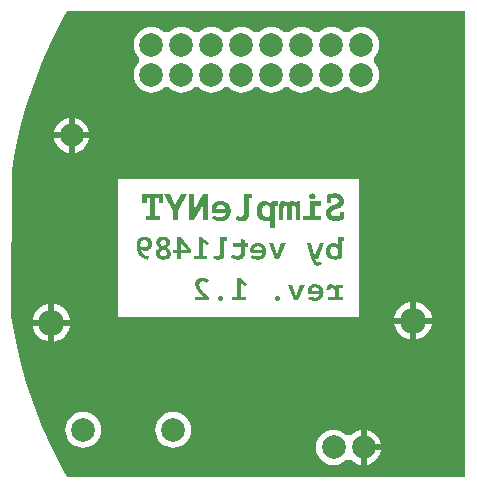
<source format=gbl>
G04 Layer_Physical_Order=2*
G04 Layer_Color=16711680*
%FSLAX43Y43*%
%MOMM*%
G71*
G01*
G75*
%ADD40C,5.200*%
%ADD41C,2.000*%
%ADD42C,2.200*%
G36*
X46542Y-45517D02*
X12802D01*
X12460Y-44907D01*
X11508Y-43037D01*
X10705Y-41226D01*
X9993Y-39378D01*
X9371Y-37497D01*
X8843Y-35588D01*
X8409Y-33655D01*
X8103Y-31893D01*
X8128Y-19526D01*
X8409Y-17907D01*
X8843Y-15974D01*
X9371Y-14065D01*
X9993Y-12184D01*
X10705Y-10336D01*
X11508Y-8525D01*
X12460Y-6655D01*
X12802Y-6045D01*
X46542Y-6045D01*
Y-45517D01*
D02*
G37*
%LPC*%
G36*
X11231Y-32686D02*
X9898D01*
X9904Y-32749D01*
X9995Y-33051D01*
X10144Y-33329D01*
X10344Y-33573D01*
X10588Y-33773D01*
X10866Y-33921D01*
X11167Y-34013D01*
X11231Y-34019D01*
Y-32686D01*
D02*
G37*
G36*
X43200Y-39789D02*
Y-41625D01*
X45036D01*
X45020Y-41463D01*
X44900Y-41067D01*
X44705Y-40703D01*
X44442Y-40383D01*
X44122Y-40120D01*
X43758Y-39925D01*
X43362Y-39805D01*
X43200Y-39789D01*
D02*
G37*
G36*
X42700D02*
X42538Y-39805D01*
X42142Y-39925D01*
X41778Y-40120D01*
X41458Y-40383D01*
X41195Y-40703D01*
X41000Y-41067D01*
X40880Y-41463D01*
X40864Y-41625D01*
X42700D01*
Y-39789D01*
D02*
G37*
G36*
X43696Y-32508D02*
X42363D01*
Y-33841D01*
X42427Y-33835D01*
X42728Y-33743D01*
X43006Y-33595D01*
X43250Y-33395D01*
X43450Y-33151D01*
X43599Y-32873D01*
X43690Y-32572D01*
X43696Y-32508D01*
D02*
G37*
G36*
X41863D02*
X40530D01*
X40536Y-32572D01*
X40628Y-32873D01*
X40776Y-33151D01*
X40976Y-33395D01*
X41220Y-33595D01*
X41498Y-33743D01*
X41800Y-33835D01*
X41863Y-33841D01*
Y-32508D01*
D02*
G37*
G36*
X13064Y-32686D02*
X11731D01*
Y-34019D01*
X11794Y-34013D01*
X12096Y-33921D01*
X12374Y-33773D01*
X12618Y-33573D01*
X12818Y-33329D01*
X12966Y-33051D01*
X13058Y-32749D01*
X13064Y-32686D01*
D02*
G37*
G36*
X38172Y-41494D02*
Y-42727D01*
X39405D01*
X39401Y-42683D01*
X39315Y-42400D01*
X39175Y-42139D01*
X38988Y-41911D01*
X38760Y-41724D01*
X38499Y-41584D01*
X38216Y-41499D01*
X38172Y-41494D01*
D02*
G37*
G36*
X42700Y-42125D02*
X40864D01*
X40880Y-42287D01*
X41000Y-42683D01*
X41195Y-43047D01*
X41458Y-43367D01*
X41778Y-43630D01*
X42142Y-43825D01*
X42538Y-43945D01*
X42700Y-43961D01*
Y-42125D01*
D02*
G37*
G36*
X39405Y-43227D02*
X38172D01*
Y-44459D01*
X38216Y-44455D01*
X38499Y-44369D01*
X38760Y-44230D01*
X38988Y-44043D01*
X39175Y-43814D01*
X39315Y-43554D01*
X39401Y-43271D01*
X39405Y-43227D01*
D02*
G37*
G36*
X35382Y-41470D02*
X35088Y-41499D01*
X34805Y-41584D01*
X34545Y-41724D01*
X34316Y-41911D01*
X34129Y-42139D01*
X33990Y-42400D01*
X33904Y-42683D01*
X33875Y-42977D01*
X33904Y-43271D01*
X33990Y-43554D01*
X34129Y-43814D01*
X34316Y-44043D01*
X34545Y-44230D01*
X34805Y-44369D01*
X35088Y-44455D01*
X35382Y-44484D01*
X35676Y-44455D01*
X35959Y-44369D01*
X36220Y-44230D01*
X36448Y-44043D01*
X36856D01*
X37085Y-44230D01*
X37345Y-44369D01*
X37628Y-44455D01*
X37672Y-44459D01*
Y-42977D01*
Y-41494D01*
X37628Y-41499D01*
X37345Y-41584D01*
X37085Y-41724D01*
X36856Y-41911D01*
X36448D01*
X36220Y-41724D01*
X35959Y-41584D01*
X35676Y-41499D01*
X35382Y-41470D01*
D02*
G37*
G36*
X21802Y-39996D02*
X21508Y-40025D01*
X21225Y-40111D01*
X20965Y-40250D01*
X20736Y-40437D01*
X20549Y-40666D01*
X20409Y-40926D01*
X20324Y-41209D01*
X20295Y-41503D01*
X20324Y-41797D01*
X20409Y-42080D01*
X20549Y-42341D01*
X20736Y-42569D01*
X20965Y-42756D01*
X21225Y-42896D01*
X21508Y-42981D01*
X21802Y-43010D01*
X22096Y-42981D01*
X22379Y-42896D01*
X22639Y-42756D01*
X22868Y-42569D01*
X23055Y-42341D01*
X23195Y-42080D01*
X23280Y-41797D01*
X23309Y-41503D01*
X23280Y-41209D01*
X23195Y-40926D01*
X23055Y-40666D01*
X22868Y-40437D01*
X22639Y-40250D01*
X22379Y-40111D01*
X22096Y-40025D01*
X21802Y-39996D01*
D02*
G37*
G36*
X14182D02*
X13888Y-40025D01*
X13605Y-40111D01*
X13345Y-40250D01*
X13116Y-40437D01*
X12929Y-40666D01*
X12789Y-40926D01*
X12704Y-41209D01*
X12675Y-41503D01*
X12704Y-41797D01*
X12789Y-42080D01*
X12929Y-42341D01*
X13116Y-42569D01*
X13345Y-42756D01*
X13605Y-42896D01*
X13888Y-42981D01*
X14182Y-43010D01*
X14476Y-42981D01*
X14759Y-42896D01*
X15019Y-42756D01*
X15248Y-42569D01*
X15435Y-42341D01*
X15575Y-42080D01*
X15660Y-41797D01*
X15689Y-41503D01*
X15660Y-41209D01*
X15575Y-40926D01*
X15435Y-40666D01*
X15248Y-40437D01*
X15019Y-40250D01*
X14759Y-40111D01*
X14476Y-40025D01*
X14182Y-39996D01*
D02*
G37*
G36*
X45036Y-42125D02*
X43200D01*
Y-43961D01*
X43362Y-43945D01*
X43758Y-43825D01*
X44122Y-43630D01*
X44442Y-43367D01*
X44705Y-43047D01*
X44900Y-42683D01*
X45020Y-42287D01*
X45036Y-42125D01*
D02*
G37*
G36*
X42750Y-9875D02*
X40914D01*
X40930Y-10037D01*
X41050Y-10433D01*
X41245Y-10797D01*
X41508Y-11117D01*
X41828Y-11380D01*
X42192Y-11575D01*
X42588Y-11695D01*
X42750Y-11711D01*
Y-9875D01*
D02*
G37*
G36*
X13458Y-15078D02*
Y-16311D01*
X14691D01*
X14686Y-16267D01*
X14601Y-15984D01*
X14461Y-15723D01*
X14274Y-15495D01*
X14045Y-15308D01*
X13785Y-15168D01*
X13502Y-15083D01*
X13458Y-15078D01*
D02*
G37*
G36*
X12958D02*
X12914Y-15083D01*
X12631Y-15168D01*
X12371Y-15308D01*
X12142Y-15495D01*
X11955Y-15723D01*
X11815Y-15984D01*
X11730Y-16267D01*
X11725Y-16311D01*
X12958D01*
Y-15078D01*
D02*
G37*
G36*
X45086Y-9875D02*
X43250D01*
Y-11711D01*
X43412Y-11695D01*
X43808Y-11575D01*
X44172Y-11380D01*
X44492Y-11117D01*
X44755Y-10797D01*
X44950Y-10433D01*
X45070Y-10037D01*
X45086Y-9875D01*
D02*
G37*
G36*
X37747Y-7382D02*
X37453Y-7411D01*
X37170Y-7497D01*
X36909Y-7636D01*
X36681Y-7824D01*
X36272D01*
X36044Y-7636D01*
X35783Y-7497D01*
X35501Y-7411D01*
X35207Y-7382D01*
X34913Y-7411D01*
X34630Y-7497D01*
X34369Y-7636D01*
X34141Y-7824D01*
X33732D01*
X33504Y-7636D01*
X33243Y-7497D01*
X32961Y-7411D01*
X32667Y-7382D01*
X32373Y-7411D01*
X32090Y-7497D01*
X31829Y-7636D01*
X31601Y-7824D01*
X31192D01*
X30964Y-7636D01*
X30703Y-7497D01*
X30421Y-7411D01*
X30127Y-7382D01*
X29833Y-7411D01*
X29550Y-7497D01*
X29289Y-7636D01*
X29061Y-7824D01*
X28652D01*
X28424Y-7636D01*
X28163Y-7497D01*
X27881Y-7411D01*
X27587Y-7382D01*
X27293Y-7411D01*
X27010Y-7497D01*
X26749Y-7636D01*
X26521Y-7824D01*
X26112D01*
X25884Y-7636D01*
X25623Y-7497D01*
X25341Y-7411D01*
X25047Y-7382D01*
X24753Y-7411D01*
X24470Y-7497D01*
X24209Y-7636D01*
X23981Y-7824D01*
X23572D01*
X23344Y-7636D01*
X23083Y-7497D01*
X22801Y-7411D01*
X22507Y-7382D01*
X22213Y-7411D01*
X21930Y-7497D01*
X21669Y-7636D01*
X21441Y-7824D01*
X21032D01*
X20804Y-7636D01*
X20543Y-7497D01*
X20261Y-7411D01*
X19967Y-7382D01*
X19673Y-7411D01*
X19390Y-7497D01*
X19129Y-7636D01*
X18901Y-7824D01*
X18713Y-8052D01*
X18574Y-8313D01*
X18488Y-8596D01*
X18459Y-8890D01*
X18488Y-9184D01*
X18574Y-9466D01*
X18713Y-9727D01*
X18901Y-9955D01*
Y-10364D01*
X18713Y-10592D01*
X18574Y-10853D01*
X18488Y-11136D01*
X18459Y-11430D01*
X18488Y-11724D01*
X18574Y-12006D01*
X18713Y-12267D01*
X18901Y-12495D01*
X19129Y-12683D01*
X19390Y-12822D01*
X19673Y-12908D01*
X19967Y-12937D01*
X20261Y-12908D01*
X20543Y-12822D01*
X20804Y-12683D01*
X21032Y-12495D01*
X21441D01*
X21669Y-12683D01*
X21930Y-12822D01*
X22213Y-12908D01*
X22507Y-12937D01*
X22801Y-12908D01*
X23083Y-12822D01*
X23344Y-12683D01*
X23572Y-12495D01*
X23981D01*
X24209Y-12683D01*
X24470Y-12822D01*
X24753Y-12908D01*
X25047Y-12937D01*
X25341Y-12908D01*
X25623Y-12822D01*
X25884Y-12683D01*
X26112Y-12495D01*
X26521D01*
X26749Y-12683D01*
X27010Y-12822D01*
X27293Y-12908D01*
X27587Y-12937D01*
X27881Y-12908D01*
X28163Y-12822D01*
X28424Y-12683D01*
X28652Y-12495D01*
X29061D01*
X29289Y-12683D01*
X29550Y-12822D01*
X29833Y-12908D01*
X30127Y-12937D01*
X30421Y-12908D01*
X30703Y-12822D01*
X30964Y-12683D01*
X31192Y-12495D01*
X31601D01*
X31829Y-12683D01*
X32090Y-12822D01*
X32373Y-12908D01*
X32667Y-12937D01*
X32961Y-12908D01*
X33243Y-12822D01*
X33504Y-12683D01*
X33732Y-12495D01*
X34141D01*
X34369Y-12683D01*
X34630Y-12822D01*
X34913Y-12908D01*
X35207Y-12937D01*
X35501Y-12908D01*
X35783Y-12822D01*
X36044Y-12683D01*
X36272Y-12495D01*
X36681D01*
X36909Y-12683D01*
X37170Y-12822D01*
X37453Y-12908D01*
X37747Y-12937D01*
X38041Y-12908D01*
X38323Y-12822D01*
X38584Y-12683D01*
X38812Y-12495D01*
X39000Y-12267D01*
X39139Y-12006D01*
X39225Y-11724D01*
X39254Y-11430D01*
X39225Y-11136D01*
X39139Y-10853D01*
X39000Y-10592D01*
X38812Y-10364D01*
Y-9955D01*
X39000Y-9727D01*
X39139Y-9466D01*
X39225Y-9184D01*
X39254Y-8890D01*
X39225Y-8596D01*
X39139Y-8313D01*
X39000Y-8052D01*
X38812Y-7824D01*
X38584Y-7636D01*
X38323Y-7497D01*
X38041Y-7411D01*
X37747Y-7382D01*
D02*
G37*
G36*
X43250Y-7539D02*
Y-9375D01*
X45086D01*
X45070Y-9213D01*
X44950Y-8817D01*
X44755Y-8453D01*
X44492Y-8133D01*
X44172Y-7870D01*
X43808Y-7675D01*
X43412Y-7555D01*
X43250Y-7539D01*
D02*
G37*
G36*
X42750D02*
X42588Y-7555D01*
X42192Y-7675D01*
X41828Y-7870D01*
X41508Y-8133D01*
X41245Y-8453D01*
X41050Y-8817D01*
X40930Y-9213D01*
X40914Y-9375D01*
X42750D01*
Y-7539D01*
D02*
G37*
G36*
X41863Y-30675D02*
X41800Y-30681D01*
X41498Y-30773D01*
X41220Y-30921D01*
X40976Y-31121D01*
X40776Y-31365D01*
X40628Y-31643D01*
X40536Y-31944D01*
X40530Y-32008D01*
X41863D01*
Y-30675D01*
D02*
G37*
G36*
X11731Y-30853D02*
Y-32186D01*
X13064D01*
X13058Y-32122D01*
X12966Y-31821D01*
X12818Y-31543D01*
X12618Y-31299D01*
X12374Y-31099D01*
X12096Y-30950D01*
X11794Y-30859D01*
X11731Y-30853D01*
D02*
G37*
G36*
X11231D02*
X11167Y-30859D01*
X10866Y-30950D01*
X10588Y-31099D01*
X10344Y-31299D01*
X10144Y-31543D01*
X9995Y-31821D01*
X9904Y-32122D01*
X9898Y-32186D01*
X11231D01*
Y-30853D01*
D02*
G37*
G36*
X42363Y-30675D02*
Y-32008D01*
X43696D01*
X43690Y-31944D01*
X43599Y-31643D01*
X43450Y-31365D01*
X43250Y-31121D01*
X43006Y-30921D01*
X42728Y-30773D01*
X42427Y-30681D01*
X42363Y-30675D01*
D02*
G37*
G36*
X14691Y-16811D02*
X13458D01*
Y-18043D01*
X13502Y-18039D01*
X13785Y-17953D01*
X14045Y-17814D01*
X14274Y-17627D01*
X14461Y-17398D01*
X14601Y-17138D01*
X14686Y-16855D01*
X14691Y-16811D01*
D02*
G37*
G36*
X12958D02*
X11725D01*
X11730Y-16855D01*
X11815Y-17138D01*
X11955Y-17398D01*
X12142Y-17627D01*
X12371Y-17814D01*
X12631Y-17953D01*
X12914Y-18039D01*
X12958Y-18043D01*
Y-16811D01*
D02*
G37*
G36*
X37515Y-20218D02*
X17170D01*
Y-31953D01*
X37515D01*
Y-20218D01*
D02*
G37*
%LPD*%
G36*
X25864Y-30157D02*
X25893Y-30163D01*
X25920Y-30172D01*
X25943Y-30181D01*
X25961Y-30192D01*
X25972Y-30201D01*
X25981Y-30207D01*
X25984Y-30210D01*
X26005Y-30233D01*
X26019Y-30257D01*
X26028Y-30280D01*
X26034Y-30307D01*
X26040Y-30327D01*
X26043Y-30345D01*
Y-30356D01*
Y-30359D01*
X26040Y-30392D01*
X26034Y-30421D01*
X26025Y-30447D01*
X26013Y-30468D01*
X26002Y-30485D01*
X25993Y-30497D01*
X25987Y-30506D01*
X25984Y-30509D01*
X25961Y-30526D01*
X25934Y-30541D01*
X25908Y-30550D01*
X25885Y-30558D01*
X25861Y-30561D01*
X25844Y-30564D01*
X25829D01*
X25794Y-30561D01*
X25762Y-30556D01*
X25735Y-30547D01*
X25712Y-30535D01*
X25694Y-30526D01*
X25683Y-30517D01*
X25674Y-30512D01*
X25671Y-30509D01*
X25650Y-30485D01*
X25636Y-30462D01*
X25624Y-30435D01*
X25618Y-30412D01*
X25612Y-30392D01*
X25609Y-30374D01*
Y-30362D01*
Y-30359D01*
X25612Y-30327D01*
X25618Y-30295D01*
X25630Y-30271D01*
X25639Y-30248D01*
X25650Y-30233D01*
X25662Y-30219D01*
X25668Y-30213D01*
X25671Y-30210D01*
X25694Y-30192D01*
X25721Y-30178D01*
X25747Y-30169D01*
X25770Y-30160D01*
X25794Y-30157D01*
X25811Y-30154D01*
X25829D01*
X25864Y-30157D01*
D02*
G37*
G36*
X36271Y-25471D02*
X36066D01*
Y-26938D01*
X36034Y-26956D01*
X35999Y-26973D01*
X35964Y-26991D01*
X35929Y-27006D01*
X35899Y-27017D01*
X35873Y-27026D01*
X35855Y-27032D01*
X35852Y-27035D01*
X35849D01*
X35794Y-27049D01*
X35735Y-27061D01*
X35677Y-27070D01*
X35621Y-27076D01*
X35574Y-27079D01*
X35554D01*
X35536Y-27082D01*
X35501D01*
X35437Y-27079D01*
X35378Y-27073D01*
X35322Y-27067D01*
X35275Y-27058D01*
X35237Y-27049D01*
X35208Y-27041D01*
X35199Y-27038D01*
X35191D01*
X35188Y-27035D01*
X35185D01*
X35135Y-27014D01*
X35088Y-26994D01*
X35047Y-26970D01*
X35012Y-26947D01*
X34986Y-26929D01*
X34965Y-26912D01*
X34950Y-26900D01*
X34947Y-26897D01*
X34912Y-26859D01*
X34880Y-26821D01*
X34857Y-26783D01*
X34833Y-26745D01*
X34816Y-26716D01*
X34804Y-26689D01*
X34798Y-26672D01*
X34795Y-26669D01*
Y-26666D01*
X34778Y-26613D01*
X34763Y-26557D01*
X34754Y-26502D01*
X34745Y-26452D01*
X34742Y-26411D01*
X34740Y-26376D01*
Y-26364D01*
Y-26355D01*
Y-26350D01*
Y-26347D01*
X34742Y-26285D01*
X34745Y-26229D01*
X34754Y-26177D01*
X34766Y-26127D01*
X34778Y-26083D01*
X34789Y-26042D01*
X34804Y-26004D01*
X34819Y-25972D01*
X34836Y-25942D01*
X34851Y-25916D01*
X34863Y-25896D01*
X34874Y-25878D01*
X34886Y-25863D01*
X34895Y-25855D01*
X34898Y-25849D01*
X34901Y-25846D01*
X34930Y-25816D01*
X34965Y-25790D01*
X34997Y-25770D01*
X35032Y-25749D01*
X35068Y-25732D01*
X35103Y-25720D01*
X35170Y-25699D01*
X35202Y-25694D01*
X35232Y-25688D01*
X35255Y-25685D01*
X35278Y-25682D01*
X35296Y-25679D01*
X35322D01*
X35372Y-25682D01*
X35419Y-25685D01*
X35460Y-25691D01*
X35492Y-25696D01*
X35521Y-25705D01*
X35542Y-25711D01*
X35554Y-25714D01*
X35560Y-25717D01*
X35592Y-25732D01*
X35621Y-25749D01*
X35647Y-25767D01*
X35668Y-25781D01*
X35685Y-25796D01*
X35697Y-25808D01*
X35706Y-25816D01*
X35709Y-25819D01*
X35718D01*
Y-25175D01*
X36271D01*
Y-25471D01*
D02*
G37*
G36*
X24803Y-25641D02*
X24645Y-25855D01*
X24290Y-25585D01*
Y-26754D01*
X24700D01*
Y-27049D01*
X23558D01*
Y-26754D01*
X23959D01*
Y-25175D01*
X24197D01*
X24803Y-25641D01*
D02*
G37*
G36*
X30688Y-30157D02*
X30717Y-30163D01*
X30743Y-30172D01*
X30767Y-30181D01*
X30784Y-30192D01*
X30796Y-30201D01*
X30805Y-30207D01*
X30808Y-30210D01*
X30828Y-30233D01*
X30843Y-30257D01*
X30852Y-30280D01*
X30857Y-30307D01*
X30863Y-30327D01*
X30866Y-30345D01*
Y-30356D01*
Y-30359D01*
X30863Y-30392D01*
X30857Y-30421D01*
X30849Y-30447D01*
X30837Y-30468D01*
X30825Y-30485D01*
X30816Y-30497D01*
X30811Y-30506D01*
X30808Y-30509D01*
X30784Y-30526D01*
X30758Y-30541D01*
X30731Y-30550D01*
X30708Y-30558D01*
X30685Y-30561D01*
X30667Y-30564D01*
X30652D01*
X30617Y-30561D01*
X30585Y-30556D01*
X30559Y-30547D01*
X30535Y-30535D01*
X30518Y-30526D01*
X30506Y-30517D01*
X30497Y-30512D01*
X30494Y-30509D01*
X30474Y-30485D01*
X30459Y-30462D01*
X30447Y-30435D01*
X30442Y-30412D01*
X30436Y-30392D01*
X30433Y-30374D01*
Y-30362D01*
Y-30359D01*
X30436Y-30327D01*
X30442Y-30295D01*
X30453Y-30271D01*
X30462Y-30248D01*
X30474Y-30233D01*
X30485Y-30219D01*
X30491Y-30213D01*
X30494Y-30210D01*
X30518Y-30192D01*
X30544Y-30178D01*
X30570Y-30169D01*
X30594Y-30160D01*
X30617Y-30157D01*
X30635Y-30154D01*
X30652D01*
X30688Y-30157D01*
D02*
G37*
G36*
X32413Y-30535D02*
X32041D01*
X31528Y-29197D01*
X31903D01*
X32205Y-30131D01*
X32222D01*
X32582Y-29197D01*
X32987D01*
X32413Y-30535D01*
D02*
G37*
G36*
X33868Y-29162D02*
X33921Y-29164D01*
X33971Y-29173D01*
X34012Y-29182D01*
X34047Y-29191D01*
X34073Y-29197D01*
X34091Y-29202D01*
X34094Y-29205D01*
X34096D01*
X34143Y-29223D01*
X34187Y-29243D01*
X34225Y-29267D01*
X34258Y-29287D01*
X34287Y-29308D01*
X34307Y-29323D01*
X34319Y-29334D01*
X34325Y-29337D01*
X34360Y-29372D01*
X34389Y-29407D01*
X34416Y-29446D01*
X34436Y-29481D01*
X34454Y-29513D01*
X34465Y-29536D01*
X34474Y-29554D01*
X34477Y-29557D01*
Y-29560D01*
X34495Y-29610D01*
X34509Y-29662D01*
X34518Y-29715D01*
X34527Y-29762D01*
X34530Y-29806D01*
X34533Y-29838D01*
Y-29850D01*
Y-29859D01*
Y-29864D01*
Y-29867D01*
X34530Y-29929D01*
X34524Y-29984D01*
X34518Y-30034D01*
X34509Y-30078D01*
X34501Y-30113D01*
X34492Y-30140D01*
X34489Y-30157D01*
X34486Y-30160D01*
Y-30163D01*
X34465Y-30210D01*
X34442Y-30251D01*
X34419Y-30289D01*
X34395Y-30321D01*
X34375Y-30351D01*
X34357Y-30368D01*
X34345Y-30383D01*
X34342Y-30386D01*
X34304Y-30418D01*
X34266Y-30447D01*
X34228Y-30471D01*
X34193Y-30491D01*
X34161Y-30506D01*
X34137Y-30517D01*
X34120Y-30523D01*
X34114Y-30526D01*
X34061Y-30541D01*
X34009Y-30553D01*
X33959Y-30561D01*
X33909Y-30567D01*
X33868Y-30570D01*
X33836Y-30573D01*
X33807D01*
X33736Y-30570D01*
X33704Y-30567D01*
X33675Y-30564D01*
X33651Y-30561D01*
X33634Y-30558D01*
X33622Y-30556D01*
X33619D01*
X33558Y-30544D01*
X33528Y-30535D01*
X33505Y-30529D01*
X33484Y-30523D01*
X33470Y-30517D01*
X33461Y-30515D01*
X33458D01*
X33408Y-30494D01*
X33385Y-30485D01*
X33367Y-30476D01*
X33350Y-30471D01*
X33338Y-30465D01*
X33332Y-30459D01*
X33329D01*
X33291Y-30435D01*
X33262Y-30415D01*
X33253Y-30406D01*
X33244Y-30400D01*
X33241Y-30394D01*
X33238D01*
X33356Y-30169D01*
X33382Y-30187D01*
X33408Y-30204D01*
X33438Y-30222D01*
X33464Y-30233D01*
X33487Y-30245D01*
X33505Y-30254D01*
X33517Y-30257D01*
X33522Y-30260D01*
X33563Y-30271D01*
X33607Y-30280D01*
X33651Y-30286D01*
X33692Y-30289D01*
X33730Y-30292D01*
X33760Y-30295D01*
X33786D01*
X33842Y-30292D01*
X33868Y-30289D01*
X33891Y-30286D01*
X33909D01*
X33924Y-30283D01*
X33932Y-30280D01*
X33935D01*
X33985Y-30263D01*
X34006Y-30254D01*
X34023Y-30245D01*
X34041Y-30236D01*
X34053Y-30230D01*
X34058Y-30228D01*
X34061Y-30225D01*
X34099Y-30192D01*
X34129Y-30163D01*
X34137Y-30148D01*
X34146Y-30137D01*
X34149Y-30131D01*
X34152Y-30128D01*
X34164Y-30105D01*
X34170Y-30081D01*
X34181Y-30031D01*
Y-30014D01*
X34184Y-29996D01*
Y-29984D01*
Y-29982D01*
X33224D01*
X33215Y-29932D01*
X33206Y-29888D01*
X33200Y-29844D01*
X33197Y-29809D01*
X33194Y-29777D01*
Y-29753D01*
Y-29738D01*
Y-29733D01*
X33197Y-29674D01*
X33203Y-29618D01*
X33212Y-29572D01*
X33224Y-29533D01*
X33235Y-29501D01*
X33244Y-29478D01*
X33250Y-29463D01*
X33253Y-29457D01*
X33276Y-29416D01*
X33300Y-29384D01*
X33326Y-29352D01*
X33350Y-29328D01*
X33370Y-29308D01*
X33388Y-29293D01*
X33399Y-29285D01*
X33402Y-29282D01*
X33438Y-29258D01*
X33473Y-29238D01*
X33505Y-29223D01*
X33537Y-29208D01*
X33563Y-29200D01*
X33584Y-29194D01*
X33596Y-29188D01*
X33602D01*
X33681Y-29170D01*
X33716Y-29164D01*
X33748Y-29162D01*
X33774Y-29159D01*
X33812D01*
X33868Y-29162D01*
D02*
G37*
G36*
X35168Y-29170D02*
X35212Y-29176D01*
X35250Y-29188D01*
X35283Y-29197D01*
X35309Y-29208D01*
X35329Y-29220D01*
X35341Y-29226D01*
X35347Y-29229D01*
X35382Y-29252D01*
X35414Y-29276D01*
X35444Y-29302D01*
X35470Y-29323D01*
X35490Y-29343D01*
X35505Y-29361D01*
X35517Y-29372D01*
X35520Y-29375D01*
X35529D01*
X35570Y-29197D01*
X36170D01*
Y-29492D01*
X35839D01*
Y-30239D01*
X36170D01*
Y-30535D01*
X34911D01*
Y-30239D01*
X35490D01*
Y-29674D01*
X35455Y-29624D01*
X35438Y-29604D01*
X35420Y-29586D01*
X35406Y-29572D01*
X35394Y-29560D01*
X35385Y-29554D01*
X35382Y-29551D01*
X35356Y-29533D01*
X35326Y-29519D01*
X35297Y-29510D01*
X35271Y-29501D01*
X35247Y-29498D01*
X35227Y-29495D01*
X35209D01*
X35189Y-29498D01*
X35168Y-29501D01*
X35154Y-29510D01*
X35142Y-29519D01*
X35124Y-29533D01*
X35119Y-29539D01*
Y-29542D01*
X35110Y-29560D01*
X35101Y-29583D01*
X35092Y-29627D01*
X35089Y-29648D01*
Y-29665D01*
Y-29677D01*
Y-29680D01*
X34776D01*
Y-29630D01*
X34779Y-29583D01*
X34785Y-29542D01*
X34791Y-29501D01*
X34796Y-29466D01*
X34805Y-29434D01*
X34814Y-29405D01*
X34823Y-29381D01*
X34832Y-29358D01*
X34840Y-29340D01*
X34849Y-29323D01*
X34855Y-29311D01*
X34861Y-29299D01*
X34867Y-29293D01*
X34870Y-29287D01*
X34908Y-29246D01*
X34949Y-29217D01*
X34990Y-29197D01*
X35031Y-29182D01*
X35066Y-29173D01*
X35095Y-29170D01*
X35107Y-29167D01*
X35121D01*
X35168Y-29170D01*
D02*
G37*
G36*
X19423Y-25140D02*
X19473Y-25146D01*
X19519Y-25152D01*
X19558Y-25160D01*
X19590Y-25172D01*
X19616Y-25178D01*
X19631Y-25184D01*
X19637Y-25187D01*
X19681Y-25204D01*
X19719Y-25228D01*
X19754Y-25248D01*
X19783Y-25269D01*
X19809Y-25286D01*
X19827Y-25301D01*
X19839Y-25313D01*
X19842Y-25316D01*
X19871Y-25348D01*
X19897Y-25380D01*
X19918Y-25412D01*
X19935Y-25445D01*
X19950Y-25471D01*
X19962Y-25491D01*
X19968Y-25506D01*
X19971Y-25512D01*
X19985Y-25556D01*
X19997Y-25600D01*
X20006Y-25641D01*
X20011Y-25682D01*
X20014Y-25714D01*
X20017Y-25740D01*
Y-25758D01*
Y-25761D01*
Y-25764D01*
X20014Y-25816D01*
X20009Y-25863D01*
X20000Y-25907D01*
X19991Y-25942D01*
X19982Y-25975D01*
X19973Y-25995D01*
X19968Y-26010D01*
X19965Y-26016D01*
X19944Y-26054D01*
X19921Y-26089D01*
X19897Y-26121D01*
X19877Y-26147D01*
X19856Y-26168D01*
X19842Y-26183D01*
X19830Y-26194D01*
X19827Y-26197D01*
X19795Y-26224D01*
X19763Y-26244D01*
X19730Y-26265D01*
X19701Y-26279D01*
X19678Y-26291D01*
X19657Y-26300D01*
X19645Y-26303D01*
X19640Y-26306D01*
X19601Y-26317D01*
X19563Y-26323D01*
X19528Y-26329D01*
X19496Y-26335D01*
X19470D01*
X19449Y-26338D01*
X19426D01*
X19382Y-26335D01*
X19341Y-26332D01*
X19306Y-26326D01*
X19273Y-26320D01*
X19250Y-26314D01*
X19230Y-26311D01*
X19218Y-26306D01*
X19215D01*
X19183Y-26291D01*
X19153Y-26276D01*
X19130Y-26262D01*
X19109Y-26247D01*
X19092Y-26235D01*
X19080Y-26224D01*
X19071Y-26218D01*
X19068Y-26215D01*
X19077Y-26259D01*
X19086Y-26297D01*
X19101Y-26335D01*
X19112Y-26367D01*
X19124Y-26393D01*
X19133Y-26414D01*
X19139Y-26426D01*
X19142Y-26432D01*
X19165Y-26467D01*
X19189Y-26502D01*
X19212Y-26531D01*
X19235Y-26557D01*
X19256Y-26581D01*
X19273Y-26596D01*
X19285Y-26607D01*
X19288Y-26610D01*
X19323Y-26639D01*
X19358Y-26666D01*
X19394Y-26686D01*
X19426Y-26707D01*
X19452Y-26724D01*
X19476Y-26736D01*
X19490Y-26742D01*
X19496Y-26745D01*
X19540Y-26762D01*
X19587Y-26777D01*
X19631Y-26789D01*
X19672Y-26801D01*
X19707Y-26806D01*
X19736Y-26812D01*
X19754Y-26815D01*
X19760D01*
X19686Y-27088D01*
X19613Y-27076D01*
X19546Y-27061D01*
X19481Y-27044D01*
X19426Y-27026D01*
X19379Y-27011D01*
X19358Y-27003D01*
X19344Y-26997D01*
X19329Y-26994D01*
X19320Y-26988D01*
X19314Y-26985D01*
X19312D01*
X19247Y-26953D01*
X19189Y-26915D01*
X19133Y-26877D01*
X19089Y-26842D01*
X19051Y-26809D01*
X19022Y-26780D01*
X19004Y-26762D01*
X19001Y-26760D01*
X18998Y-26757D01*
X18948Y-26698D01*
X18907Y-26634D01*
X18869Y-26572D01*
X18837Y-26514D01*
X18814Y-26461D01*
X18805Y-26437D01*
X18796Y-26420D01*
X18790Y-26402D01*
X18784Y-26391D01*
X18781Y-26385D01*
Y-26382D01*
X18755Y-26294D01*
X18735Y-26203D01*
X18720Y-26112D01*
X18708Y-26030D01*
X18705Y-25992D01*
X18702Y-25957D01*
Y-25925D01*
X18699Y-25899D01*
Y-25875D01*
Y-25860D01*
Y-25849D01*
Y-25846D01*
X18702Y-25784D01*
X18708Y-25726D01*
X18714Y-25673D01*
X18723Y-25629D01*
X18735Y-25591D01*
X18740Y-25565D01*
X18746Y-25547D01*
X18749Y-25541D01*
X18770Y-25494D01*
X18790Y-25450D01*
X18814Y-25412D01*
X18834Y-25383D01*
X18855Y-25357D01*
X18872Y-25336D01*
X18884Y-25324D01*
X18887Y-25322D01*
X18922Y-25289D01*
X18957Y-25263D01*
X18992Y-25237D01*
X19025Y-25219D01*
X19054Y-25204D01*
X19077Y-25193D01*
X19092Y-25187D01*
X19098Y-25184D01*
X19145Y-25169D01*
X19191Y-25158D01*
X19238Y-25149D01*
X19279Y-25143D01*
X19317Y-25140D01*
X19344Y-25137D01*
X19370D01*
X19423Y-25140D01*
D02*
G37*
G36*
X29008Y-25676D02*
X29061Y-25679D01*
X29111Y-25688D01*
X29152Y-25696D01*
X29187Y-25705D01*
X29213Y-25711D01*
X29231Y-25717D01*
X29234Y-25720D01*
X29237D01*
X29284Y-25737D01*
X29327Y-25758D01*
X29366Y-25781D01*
X29398Y-25802D01*
X29427Y-25822D01*
X29448Y-25837D01*
X29459Y-25849D01*
X29465Y-25852D01*
X29500Y-25887D01*
X29530Y-25922D01*
X29556Y-25960D01*
X29576Y-25995D01*
X29594Y-26027D01*
X29606Y-26051D01*
X29614Y-26068D01*
X29617Y-26071D01*
Y-26074D01*
X29635Y-26124D01*
X29650Y-26177D01*
X29658Y-26229D01*
X29667Y-26276D01*
X29670Y-26320D01*
X29673Y-26352D01*
Y-26364D01*
Y-26373D01*
Y-26379D01*
Y-26382D01*
X29670Y-26443D01*
X29664Y-26499D01*
X29658Y-26549D01*
X29650Y-26593D01*
X29641Y-26628D01*
X29632Y-26654D01*
X29629Y-26672D01*
X29626Y-26675D01*
Y-26678D01*
X29606Y-26724D01*
X29582Y-26765D01*
X29559Y-26803D01*
X29535Y-26836D01*
X29515Y-26865D01*
X29497Y-26883D01*
X29486Y-26897D01*
X29483Y-26900D01*
X29445Y-26932D01*
X29407Y-26962D01*
X29368Y-26985D01*
X29333Y-27006D01*
X29301Y-27020D01*
X29278Y-27032D01*
X29260Y-27038D01*
X29254Y-27041D01*
X29202Y-27055D01*
X29149Y-27067D01*
X29099Y-27076D01*
X29049Y-27082D01*
X29008Y-27085D01*
X28976Y-27088D01*
X28947D01*
X28876Y-27085D01*
X28844Y-27082D01*
X28815Y-27079D01*
X28792Y-27076D01*
X28774Y-27073D01*
X28762Y-27070D01*
X28759D01*
X28698Y-27058D01*
X28669Y-27049D01*
X28645Y-27044D01*
X28625Y-27038D01*
X28610Y-27032D01*
X28601Y-27029D01*
X28598D01*
X28548Y-27008D01*
X28525Y-27000D01*
X28507Y-26991D01*
X28490Y-26985D01*
X28478Y-26979D01*
X28472Y-26973D01*
X28469D01*
X28431Y-26950D01*
X28402Y-26929D01*
X28393Y-26921D01*
X28384Y-26915D01*
X28382Y-26909D01*
X28379D01*
X28496Y-26683D01*
X28522Y-26701D01*
X28548Y-26719D01*
X28578Y-26736D01*
X28604Y-26748D01*
X28628Y-26760D01*
X28645Y-26768D01*
X28657Y-26771D01*
X28663Y-26774D01*
X28704Y-26786D01*
X28748Y-26795D01*
X28792Y-26801D01*
X28833Y-26803D01*
X28871Y-26806D01*
X28900Y-26809D01*
X28926D01*
X28982Y-26806D01*
X29008Y-26803D01*
X29032Y-26801D01*
X29049D01*
X29064Y-26798D01*
X29073Y-26795D01*
X29076D01*
X29125Y-26777D01*
X29146Y-26768D01*
X29163Y-26760D01*
X29181Y-26751D01*
X29193Y-26745D01*
X29199Y-26742D01*
X29202Y-26739D01*
X29240Y-26707D01*
X29269Y-26678D01*
X29278Y-26663D01*
X29286Y-26651D01*
X29289Y-26645D01*
X29292Y-26642D01*
X29304Y-26619D01*
X29310Y-26596D01*
X29322Y-26546D01*
Y-26528D01*
X29325Y-26511D01*
Y-26499D01*
Y-26496D01*
X28364D01*
X28355Y-26446D01*
X28346Y-26402D01*
X28340Y-26358D01*
X28338Y-26323D01*
X28335Y-26291D01*
Y-26268D01*
Y-26253D01*
Y-26247D01*
X28338Y-26188D01*
X28343Y-26133D01*
X28352Y-26086D01*
X28364Y-26048D01*
X28376Y-26016D01*
X28384Y-25992D01*
X28390Y-25978D01*
X28393Y-25972D01*
X28417Y-25931D01*
X28440Y-25899D01*
X28466Y-25866D01*
X28490Y-25843D01*
X28510Y-25822D01*
X28528Y-25808D01*
X28540Y-25799D01*
X28543Y-25796D01*
X28578Y-25773D01*
X28613Y-25752D01*
X28645Y-25737D01*
X28677Y-25723D01*
X28704Y-25714D01*
X28724Y-25708D01*
X28736Y-25702D01*
X28742D01*
X28821Y-25685D01*
X28856Y-25679D01*
X28888Y-25676D01*
X28915Y-25673D01*
X28953D01*
X29008Y-25676D01*
D02*
G37*
G36*
X23289Y-26291D02*
Y-26528D01*
X22477D01*
Y-27049D01*
X22152D01*
Y-26528D01*
X21830D01*
Y-26250D01*
X22152D01*
Y-25163D01*
X22442D01*
X23289Y-26291D01*
D02*
G37*
G36*
X20998Y-25140D02*
X21045Y-25143D01*
X21086Y-25149D01*
X21124Y-25155D01*
X21154Y-25163D01*
X21177Y-25169D01*
X21192Y-25172D01*
X21198Y-25175D01*
X21239Y-25190D01*
X21274Y-25207D01*
X21309Y-25225D01*
X21335Y-25242D01*
X21359Y-25257D01*
X21376Y-25269D01*
X21388Y-25278D01*
X21391Y-25281D01*
X21420Y-25307D01*
X21444Y-25333D01*
X21464Y-25360D01*
X21485Y-25386D01*
X21496Y-25406D01*
X21508Y-25424D01*
X21514Y-25436D01*
X21517Y-25439D01*
X21531Y-25474D01*
X21543Y-25506D01*
X21549Y-25538D01*
X21555Y-25570D01*
X21558Y-25594D01*
X21561Y-25614D01*
Y-25626D01*
Y-25632D01*
X21558Y-25691D01*
X21546Y-25740D01*
X21531Y-25787D01*
X21517Y-25825D01*
X21499Y-25858D01*
X21488Y-25878D01*
X21476Y-25893D01*
X21473Y-25899D01*
X21438Y-25937D01*
X21403Y-25972D01*
X21365Y-26004D01*
X21329Y-26030D01*
X21300Y-26054D01*
X21274Y-26068D01*
X21259Y-26080D01*
X21253Y-26083D01*
X21303Y-26112D01*
X21324Y-26127D01*
X21344Y-26142D01*
X21362Y-26153D01*
X21373Y-26162D01*
X21382Y-26168D01*
X21385Y-26171D01*
X21429Y-26209D01*
X21449Y-26227D01*
X21467Y-26244D01*
X21479Y-26259D01*
X21490Y-26270D01*
X21496Y-26279D01*
X21499Y-26282D01*
X21531Y-26329D01*
X21555Y-26376D01*
X21567Y-26393D01*
X21572Y-26408D01*
X21575Y-26420D01*
X21578Y-26423D01*
X21596Y-26481D01*
X21602Y-26511D01*
X21605Y-26537D01*
Y-26557D01*
X21608Y-26578D01*
Y-26590D01*
Y-26593D01*
X21605Y-26634D01*
X21599Y-26672D01*
X21593Y-26707D01*
X21584Y-26736D01*
X21575Y-26762D01*
X21567Y-26780D01*
X21564Y-26795D01*
X21561Y-26798D01*
X21540Y-26830D01*
X21520Y-26859D01*
X21499Y-26885D01*
X21476Y-26909D01*
X21458Y-26926D01*
X21444Y-26941D01*
X21432Y-26950D01*
X21429Y-26953D01*
X21362Y-26997D01*
X21326Y-27011D01*
X21294Y-27026D01*
X21268Y-27038D01*
X21247Y-27047D01*
X21233Y-27049D01*
X21227Y-27052D01*
X21183Y-27064D01*
X21139Y-27073D01*
X21095Y-27079D01*
X21057Y-27082D01*
X21025Y-27085D01*
X21001Y-27088D01*
X20978D01*
X20928Y-27085D01*
X20881Y-27082D01*
X20840Y-27076D01*
X20802Y-27067D01*
X20770Y-27061D01*
X20747Y-27055D01*
X20732Y-27052D01*
X20726Y-27049D01*
X20682Y-27035D01*
X20644Y-27017D01*
X20606Y-27000D01*
X20577Y-26982D01*
X20553Y-26965D01*
X20533Y-26953D01*
X20521Y-26944D01*
X20518Y-26941D01*
X20486Y-26915D01*
X20457Y-26885D01*
X20433Y-26856D01*
X20413Y-26830D01*
X20395Y-26809D01*
X20383Y-26789D01*
X20378Y-26777D01*
X20375Y-26774D01*
X20357Y-26736D01*
X20345Y-26698D01*
X20334Y-26660D01*
X20328Y-26628D01*
X20325Y-26598D01*
X20322Y-26575D01*
Y-26560D01*
Y-26555D01*
X20325Y-26493D01*
X20337Y-26434D01*
X20351Y-26388D01*
X20369Y-26344D01*
X20389Y-26311D01*
X20404Y-26288D01*
X20416Y-26273D01*
X20419Y-26268D01*
X20457Y-26227D01*
X20498Y-26188D01*
X20542Y-26153D01*
X20580Y-26124D01*
X20618Y-26101D01*
X20647Y-26083D01*
X20659Y-26077D01*
X20668Y-26071D01*
X20670Y-26068D01*
X20673D01*
X20624Y-26036D01*
X20580Y-26001D01*
X20542Y-25966D01*
X20509Y-25937D01*
X20483Y-25907D01*
X20465Y-25887D01*
X20454Y-25872D01*
X20451Y-25866D01*
X20424Y-25819D01*
X20404Y-25773D01*
X20389Y-25729D01*
X20378Y-25685D01*
X20372Y-25647D01*
X20369Y-25617D01*
Y-25606D01*
Y-25597D01*
Y-25594D01*
Y-25591D01*
X20372Y-25553D01*
X20375Y-25518D01*
X20383Y-25488D01*
X20392Y-25459D01*
X20401Y-25439D01*
X20407Y-25421D01*
X20413Y-25409D01*
X20416Y-25406D01*
X20433Y-25377D01*
X20454Y-25348D01*
X20477Y-25324D01*
X20495Y-25304D01*
X20515Y-25286D01*
X20527Y-25275D01*
X20539Y-25266D01*
X20542Y-25263D01*
X20603Y-25222D01*
X20635Y-25207D01*
X20665Y-25193D01*
X20688Y-25184D01*
X20709Y-25175D01*
X20720Y-25169D01*
X20726D01*
X20767Y-25158D01*
X20805Y-25152D01*
X20843Y-25146D01*
X20878Y-25140D01*
X20908D01*
X20931Y-25137D01*
X20952D01*
X20998Y-25140D01*
D02*
G37*
G36*
X26361Y-25471D02*
X26138D01*
Y-26596D01*
X26132Y-26680D01*
X26118Y-26754D01*
X26100Y-26815D01*
X26077Y-26868D01*
X26053Y-26909D01*
X26036Y-26938D01*
X26027Y-26947D01*
X26021Y-26956D01*
X26015Y-26959D01*
Y-26962D01*
X25989Y-26985D01*
X25962Y-27003D01*
X25904Y-27035D01*
X25839Y-27055D01*
X25778Y-27073D01*
X25722Y-27082D01*
X25699Y-27085D01*
X25678D01*
X25661Y-27088D01*
X25637D01*
X25585Y-27085D01*
X25561D01*
X25541Y-27082D01*
X25526Y-27079D01*
X25511D01*
X25506Y-27076D01*
X25503D01*
X25459Y-27067D01*
X25424Y-27058D01*
X25409Y-27055D01*
X25400Y-27052D01*
X25394Y-27049D01*
X25391D01*
X25353Y-27038D01*
X25324Y-27026D01*
X25312Y-27020D01*
X25304Y-27014D01*
X25298Y-27011D01*
X25295D01*
X25260Y-26991D01*
X25230Y-26973D01*
X25219Y-26967D01*
X25210Y-26962D01*
X25204Y-26956D01*
X25201D01*
X25333Y-26716D01*
X25374Y-26736D01*
X25409Y-26754D01*
X25421Y-26757D01*
X25432Y-26762D01*
X25438Y-26765D01*
X25441D01*
X25485Y-26774D01*
X25529Y-26777D01*
X25547Y-26780D01*
X25576D01*
X25617Y-26777D01*
X25649Y-26768D01*
X25678Y-26754D01*
X25702Y-26739D01*
X25719Y-26727D01*
X25731Y-26713D01*
X25737Y-26704D01*
X25740Y-26701D01*
X25749Y-26683D01*
X25757Y-26666D01*
X25769Y-26622D01*
X25778Y-26575D01*
X25784Y-26528D01*
X25787Y-26484D01*
X25790Y-26446D01*
Y-26434D01*
Y-26423D01*
Y-26417D01*
Y-26414D01*
Y-25175D01*
X26361D01*
Y-25471D01*
D02*
G37*
G36*
X30768Y-27049D02*
X30396D01*
X29884Y-25711D01*
X30259D01*
X30560Y-26645D01*
X30578D01*
X30938Y-25711D01*
X31342D01*
X30768Y-27049D01*
D02*
G37*
G36*
X34034D02*
X33843D01*
X33861Y-27093D01*
X33876Y-27131D01*
X33890Y-27161D01*
X33905Y-27187D01*
X33917Y-27208D01*
X33925Y-27219D01*
X33931Y-27228D01*
X33934Y-27231D01*
X33952Y-27252D01*
X33975Y-27266D01*
X33996Y-27275D01*
X34016Y-27281D01*
X34034Y-27287D01*
X34048Y-27290D01*
X34063D01*
X34095Y-27287D01*
X34125Y-27275D01*
X34136Y-27272D01*
X34145Y-27266D01*
X34151Y-27263D01*
X34154D01*
X34186Y-27243D01*
X34212Y-27225D01*
X34230Y-27213D01*
X34233Y-27208D01*
X34236D01*
X34414Y-27445D01*
X34397Y-27462D01*
X34379Y-27477D01*
X34365Y-27489D01*
X34359Y-27492D01*
X34332Y-27509D01*
X34306Y-27527D01*
X34286Y-27539D01*
X34283Y-27541D01*
X34280D01*
X34245Y-27556D01*
X34212Y-27568D01*
X34201Y-27574D01*
X34189Y-27577D01*
X34183Y-27580D01*
X34180D01*
X34139Y-27588D01*
X34101Y-27594D01*
X34086Y-27597D01*
X34063D01*
X34016Y-27594D01*
X33975Y-27588D01*
X33940Y-27582D01*
X33908Y-27571D01*
X33884Y-27562D01*
X33864Y-27556D01*
X33852Y-27550D01*
X33849Y-27547D01*
X33817Y-27527D01*
X33788Y-27503D01*
X33764Y-27480D01*
X33741Y-27459D01*
X33723Y-27439D01*
X33712Y-27421D01*
X33703Y-27410D01*
X33700Y-27407D01*
X33676Y-27372D01*
X33656Y-27334D01*
X33635Y-27298D01*
X33621Y-27263D01*
X33606Y-27234D01*
X33597Y-27211D01*
X33592Y-27196D01*
X33589Y-27190D01*
X33551Y-27096D01*
X33533Y-27049D01*
X33518Y-27008D01*
X33507Y-26970D01*
X33495Y-26944D01*
X33492Y-26932D01*
X33489Y-26924D01*
X33486Y-26921D01*
Y-26918D01*
X33105Y-25711D01*
X33466D01*
X33726Y-26672D01*
X33826D01*
X34215Y-25711D01*
X34590D01*
X34034Y-27049D01*
D02*
G37*
G36*
X27889Y-25406D02*
Y-25711D01*
X28153D01*
Y-26007D01*
X27889D01*
Y-26391D01*
X27887Y-26455D01*
X27884Y-26516D01*
X27875Y-26575D01*
X27866Y-26628D01*
X27854Y-26675D01*
X27843Y-26719D01*
X27828Y-26757D01*
X27813Y-26792D01*
X27802Y-26821D01*
X27787Y-26847D01*
X27775Y-26871D01*
X27764Y-26888D01*
X27755Y-26903D01*
X27746Y-26912D01*
X27743Y-26918D01*
X27740Y-26921D01*
X27711Y-26950D01*
X27676Y-26976D01*
X27641Y-26997D01*
X27605Y-27017D01*
X27567Y-27032D01*
X27529Y-27047D01*
X27456Y-27067D01*
X27424Y-27073D01*
X27392Y-27079D01*
X27362Y-27082D01*
X27339Y-27085D01*
X27318Y-27088D01*
X27289D01*
X27228Y-27085D01*
X27198Y-27082D01*
X27172Y-27076D01*
X27151Y-27073D01*
X27134Y-27070D01*
X27122Y-27067D01*
X27119D01*
X27058Y-27052D01*
X27031Y-27044D01*
X27005Y-27035D01*
X26985Y-27029D01*
X26970Y-27023D01*
X26958Y-27017D01*
X26955D01*
X26900Y-26991D01*
X26873Y-26979D01*
X26853Y-26967D01*
X26835Y-26956D01*
X26821Y-26947D01*
X26812Y-26944D01*
X26809Y-26941D01*
X26762Y-26906D01*
X26741Y-26891D01*
X26724Y-26877D01*
X26709Y-26862D01*
X26700Y-26853D01*
X26695Y-26847D01*
X26692Y-26844D01*
X26853Y-26601D01*
X26879Y-26622D01*
X26903Y-26642D01*
X26920Y-26657D01*
X26923Y-26660D01*
X26926Y-26663D01*
X26955Y-26683D01*
X26982Y-26704D01*
X26993Y-26710D01*
X27002Y-26716D01*
X27008Y-26721D01*
X27011D01*
X27046Y-26739D01*
X27081Y-26754D01*
X27096Y-26760D01*
X27108Y-26762D01*
X27113Y-26765D01*
X27116D01*
X27160Y-26774D01*
X27204Y-26777D01*
X27222Y-26780D01*
X27248D01*
X27298Y-26777D01*
X27339Y-26765D01*
X27377Y-26751D01*
X27409Y-26733D01*
X27433Y-26719D01*
X27450Y-26704D01*
X27462Y-26692D01*
X27465Y-26689D01*
X27491Y-26648D01*
X27509Y-26604D01*
X27523Y-26555D01*
X27532Y-26505D01*
X27538Y-26461D01*
Y-26440D01*
X27541Y-26423D01*
Y-26411D01*
Y-26399D01*
Y-26393D01*
Y-26391D01*
Y-26007D01*
X26841D01*
Y-25711D01*
X27541D01*
Y-25307D01*
X27889Y-25406D01*
D02*
G37*
G36*
X31881Y-22128D02*
X31923Y-22135D01*
X31961Y-22142D01*
X31993Y-22153D01*
X32021Y-22167D01*
X32039Y-22174D01*
X32053Y-22181D01*
X32056Y-22184D01*
X32088Y-22209D01*
X32116Y-22233D01*
X32141Y-22258D01*
X32162Y-22283D01*
X32176Y-22307D01*
X32186Y-22321D01*
X32193Y-22335D01*
X32197Y-22339D01*
X32207D01*
X32250Y-22160D01*
X32555D01*
Y-23766D01*
X32169D01*
Y-22606D01*
X32155Y-22571D01*
X32134Y-22543D01*
X32116Y-22525D01*
X32113Y-22518D01*
X32109D01*
X32091Y-22504D01*
X32074Y-22497D01*
X32042Y-22483D01*
X32028D01*
X32018Y-22479D01*
X32007D01*
X31986Y-22483D01*
X31965Y-22486D01*
X31951Y-22490D01*
X31947Y-22494D01*
X31926Y-22504D01*
X31909Y-22522D01*
X31898Y-22532D01*
X31895Y-22539D01*
X31881Y-22567D01*
X31870Y-22595D01*
X31866Y-22610D01*
X31863Y-22620D01*
X31859Y-22627D01*
Y-22631D01*
X31852Y-22680D01*
X31845Y-22729D01*
Y-22754D01*
Y-22768D01*
Y-22782D01*
Y-22785D01*
Y-23766D01*
X31459D01*
Y-22595D01*
X31445Y-22557D01*
X31424Y-22529D01*
X31409Y-22511D01*
X31402Y-22508D01*
X31371Y-22490D01*
X31336Y-22483D01*
X31325Y-22479D01*
X31304D01*
X31279Y-22483D01*
X31258Y-22490D01*
X31223Y-22508D01*
X31209Y-22522D01*
X31199Y-22529D01*
X31195Y-22536D01*
X31191Y-22539D01*
X31174Y-22564D01*
X31163Y-22595D01*
X31149Y-22659D01*
X31146Y-22690D01*
X31142Y-22715D01*
Y-22733D01*
Y-22740D01*
Y-23766D01*
X30756D01*
Y-22669D01*
Y-22610D01*
X30759Y-22557D01*
X30763Y-22511D01*
X30770Y-22472D01*
X30773Y-22444D01*
X30780Y-22420D01*
X30784Y-22406D01*
Y-22402D01*
X30794Y-22363D01*
X30808Y-22332D01*
X30822Y-22304D01*
X30833Y-22279D01*
X30847Y-22262D01*
X30854Y-22247D01*
X30861Y-22240D01*
X30865Y-22237D01*
X30882Y-22216D01*
X30903Y-22195D01*
X30942Y-22170D01*
X30959Y-22160D01*
X30974Y-22153D01*
X30981Y-22149D01*
X30984D01*
X31037Y-22135D01*
X31086Y-22128D01*
X31107Y-22124D01*
X31139D01*
X31181Y-22128D01*
X31223Y-22135D01*
X31258Y-22142D01*
X31290Y-22153D01*
X31318Y-22167D01*
X31339Y-22174D01*
X31353Y-22181D01*
X31357Y-22184D01*
X31392Y-22209D01*
X31420Y-22237D01*
X31445Y-22265D01*
X31466Y-22293D01*
X31480Y-22318D01*
X31490Y-22339D01*
X31497Y-22353D01*
X31501Y-22356D01*
X31515Y-22311D01*
X31536Y-22276D01*
X31557Y-22244D01*
X31582Y-22219D01*
X31603Y-22202D01*
X31617Y-22188D01*
X31631Y-22181D01*
X31634Y-22177D01*
X31670Y-22160D01*
X31705Y-22146D01*
X31740Y-22138D01*
X31772Y-22131D01*
X31796Y-22128D01*
X31817Y-22124D01*
X31835D01*
X31881Y-22128D01*
D02*
G37*
G36*
X20955Y-22258D02*
X20600D01*
Y-21871D01*
X20294D01*
Y-23411D01*
X20659D01*
Y-23766D01*
X19492D01*
Y-23411D01*
X19854D01*
Y-21871D01*
X19552D01*
Y-22258D01*
X19197D01*
Y-21516D01*
X20955D01*
Y-22258D01*
D02*
G37*
G36*
X25869Y-22117D02*
X25933Y-22121D01*
X25992Y-22131D01*
X26042Y-22142D01*
X26084Y-22153D01*
X26115Y-22160D01*
X26136Y-22167D01*
X26140Y-22170D01*
X26143D01*
X26200Y-22191D01*
X26252Y-22216D01*
X26298Y-22244D01*
X26337Y-22269D01*
X26372Y-22293D01*
X26397Y-22311D01*
X26411Y-22325D01*
X26418Y-22328D01*
X26460Y-22370D01*
X26495Y-22413D01*
X26527Y-22458D01*
X26551Y-22501D01*
X26572Y-22539D01*
X26586Y-22567D01*
X26597Y-22588D01*
X26600Y-22592D01*
Y-22595D01*
X26622Y-22655D01*
X26639Y-22719D01*
X26650Y-22782D01*
X26660Y-22838D01*
X26664Y-22891D01*
X26667Y-22929D01*
Y-22943D01*
Y-22954D01*
Y-22961D01*
Y-22965D01*
X26664Y-23038D01*
X26657Y-23105D01*
X26650Y-23165D01*
X26639Y-23218D01*
X26629Y-23260D01*
X26618Y-23292D01*
X26615Y-23313D01*
X26611Y-23316D01*
Y-23320D01*
X26586Y-23376D01*
X26558Y-23425D01*
X26530Y-23471D01*
X26502Y-23509D01*
X26477Y-23545D01*
X26456Y-23566D01*
X26442Y-23583D01*
X26439Y-23587D01*
X26393Y-23625D01*
X26347Y-23661D01*
X26302Y-23689D01*
X26259Y-23713D01*
X26221Y-23731D01*
X26193Y-23745D01*
X26172Y-23752D01*
X26165Y-23756D01*
X26101Y-23773D01*
X26038Y-23787D01*
X25978Y-23798D01*
X25918Y-23805D01*
X25869Y-23808D01*
X25831Y-23812D01*
X25795D01*
X25711Y-23808D01*
X25672Y-23805D01*
X25637Y-23801D01*
X25609Y-23798D01*
X25588Y-23794D01*
X25574Y-23791D01*
X25570D01*
X25497Y-23777D01*
X25461Y-23766D01*
X25433Y-23759D01*
X25409Y-23752D01*
X25391Y-23745D01*
X25381Y-23741D01*
X25377D01*
X25317Y-23717D01*
X25289Y-23706D01*
X25268Y-23696D01*
X25247Y-23689D01*
X25233Y-23682D01*
X25226Y-23675D01*
X25222D01*
X25177Y-23647D01*
X25142Y-23622D01*
X25131Y-23611D01*
X25120Y-23604D01*
X25117Y-23597D01*
X25113D01*
X25254Y-23327D01*
X25286Y-23348D01*
X25317Y-23369D01*
X25352Y-23390D01*
X25384Y-23404D01*
X25412Y-23418D01*
X25433Y-23429D01*
X25447Y-23432D01*
X25454Y-23436D01*
X25504Y-23450D01*
X25556Y-23460D01*
X25609Y-23467D01*
X25658Y-23471D01*
X25704Y-23474D01*
X25739Y-23478D01*
X25771D01*
X25838Y-23474D01*
X25869Y-23471D01*
X25897Y-23467D01*
X25918D01*
X25936Y-23464D01*
X25947Y-23460D01*
X25950D01*
X26010Y-23439D01*
X26034Y-23429D01*
X26056Y-23418D01*
X26077Y-23408D01*
X26091Y-23400D01*
X26098Y-23397D01*
X26101Y-23393D01*
X26147Y-23355D01*
X26182Y-23320D01*
X26193Y-23302D01*
X26203Y-23288D01*
X26207Y-23281D01*
X26210Y-23277D01*
X26224Y-23249D01*
X26231Y-23221D01*
X26245Y-23161D01*
Y-23140D01*
X26249Y-23119D01*
Y-23105D01*
Y-23102D01*
X25096D01*
X25085Y-23042D01*
X25075Y-22989D01*
X25068Y-22936D01*
X25064Y-22894D01*
X25061Y-22856D01*
Y-22827D01*
Y-22810D01*
Y-22803D01*
X25064Y-22733D01*
X25071Y-22666D01*
X25082Y-22610D01*
X25096Y-22564D01*
X25110Y-22525D01*
X25120Y-22497D01*
X25128Y-22479D01*
X25131Y-22472D01*
X25159Y-22423D01*
X25187Y-22385D01*
X25219Y-22346D01*
X25247Y-22318D01*
X25272Y-22293D01*
X25293Y-22276D01*
X25307Y-22265D01*
X25310Y-22262D01*
X25352Y-22233D01*
X25395Y-22209D01*
X25433Y-22191D01*
X25472Y-22174D01*
X25504Y-22163D01*
X25528Y-22156D01*
X25542Y-22149D01*
X25549D01*
X25644Y-22128D01*
X25686Y-22121D01*
X25725Y-22117D01*
X25757Y-22114D01*
X25802D01*
X25869Y-22117D01*
D02*
G37*
G36*
X24720Y-23766D02*
X24301D01*
Y-22704D01*
X24322Y-22437D01*
X24305D01*
X23539Y-23766D01*
X23152D01*
Y-21516D01*
X23570D01*
Y-22624D01*
X23542Y-22894D01*
X23560D01*
X24337Y-21516D01*
X24720D01*
Y-23766D01*
D02*
G37*
G36*
X28481Y-21871D02*
X28214D01*
Y-23221D01*
X28207Y-23323D01*
X28189Y-23411D01*
X28168Y-23485D01*
X28140Y-23548D01*
X28112Y-23597D01*
X28091Y-23633D01*
X28080Y-23643D01*
X28073Y-23654D01*
X28066Y-23657D01*
Y-23661D01*
X28035Y-23689D01*
X28003Y-23710D01*
X27933Y-23749D01*
X27855Y-23773D01*
X27782Y-23794D01*
X27715Y-23805D01*
X27687Y-23808D01*
X27662D01*
X27641Y-23812D01*
X27613D01*
X27550Y-23808D01*
X27521D01*
X27497Y-23805D01*
X27479Y-23801D01*
X27462D01*
X27455Y-23798D01*
X27451D01*
X27398Y-23787D01*
X27356Y-23777D01*
X27339Y-23773D01*
X27328Y-23770D01*
X27321Y-23766D01*
X27318D01*
X27272Y-23752D01*
X27237Y-23738D01*
X27223Y-23731D01*
X27212Y-23724D01*
X27205Y-23720D01*
X27202D01*
X27159Y-23696D01*
X27124Y-23675D01*
X27110Y-23668D01*
X27100Y-23661D01*
X27093Y-23654D01*
X27089D01*
X27247Y-23365D01*
X27296Y-23390D01*
X27339Y-23411D01*
X27353Y-23415D01*
X27367Y-23422D01*
X27374Y-23425D01*
X27377D01*
X27430Y-23436D01*
X27483Y-23439D01*
X27504Y-23443D01*
X27539D01*
X27588Y-23439D01*
X27627Y-23429D01*
X27662Y-23411D01*
X27690Y-23393D01*
X27711Y-23379D01*
X27725Y-23362D01*
X27732Y-23351D01*
X27736Y-23348D01*
X27746Y-23327D01*
X27757Y-23306D01*
X27771Y-23253D01*
X27782Y-23197D01*
X27789Y-23140D01*
X27792Y-23088D01*
X27796Y-23042D01*
Y-23028D01*
Y-23014D01*
Y-23007D01*
Y-23003D01*
Y-21516D01*
X28481D01*
Y-21871D01*
D02*
G37*
G36*
X22224Y-22940D02*
Y-23766D01*
X21784D01*
Y-22936D01*
X21064Y-21516D01*
X21535D01*
X21978Y-22448D01*
X21995D01*
X22428Y-21516D01*
X22951D01*
X22224Y-22940D01*
D02*
G37*
G36*
X33638Y-21485D02*
X33680Y-21492D01*
X33716Y-21506D01*
X33744Y-21516D01*
X33765Y-21530D01*
X33782Y-21544D01*
X33793Y-21551D01*
X33796Y-21555D01*
X33821Y-21583D01*
X33839Y-21611D01*
X33853Y-21639D01*
X33860Y-21664D01*
X33867Y-21689D01*
X33870Y-21706D01*
Y-21720D01*
Y-21724D01*
X33867Y-21759D01*
X33860Y-21794D01*
X33846Y-21822D01*
X33832Y-21847D01*
X33821Y-21864D01*
X33807Y-21882D01*
X33800Y-21889D01*
X33796Y-21892D01*
X33765Y-21913D01*
X33733Y-21928D01*
X33698Y-21942D01*
X33666Y-21949D01*
X33638Y-21952D01*
X33614Y-21956D01*
X33592D01*
X33543Y-21952D01*
X33501Y-21945D01*
X33462Y-21935D01*
X33431Y-21924D01*
X33406Y-21913D01*
X33389Y-21903D01*
X33378Y-21896D01*
X33375Y-21892D01*
X33346Y-21864D01*
X33329Y-21836D01*
X33315Y-21808D01*
X33304Y-21783D01*
X33297Y-21759D01*
X33294Y-21741D01*
Y-21727D01*
Y-21724D01*
X33297Y-21689D01*
X33308Y-21657D01*
X33318Y-21625D01*
X33332Y-21601D01*
X33350Y-21583D01*
X33360Y-21569D01*
X33371Y-21558D01*
X33375Y-21555D01*
X33406Y-21530D01*
X33441Y-21513D01*
X33480Y-21499D01*
X33515Y-21492D01*
X33543Y-21485D01*
X33571Y-21481D01*
X33592D01*
X33638Y-21485D01*
D02*
G37*
G36*
X28055Y-29126D02*
X27897Y-29340D01*
X27542Y-29071D01*
Y-30239D01*
X27952D01*
Y-30535D01*
X26810D01*
Y-30239D01*
X27211D01*
Y-28661D01*
X27448D01*
X28055Y-29126D01*
D02*
G37*
G36*
X24315Y-28626D02*
X24376Y-28631D01*
X24429Y-28640D01*
X24476Y-28649D01*
X24514Y-28661D01*
X24543Y-28669D01*
X24552Y-28672D01*
X24561Y-28675D01*
X24564Y-28678D01*
X24567D01*
X24617Y-28699D01*
X24663Y-28722D01*
X24707Y-28746D01*
X24742Y-28766D01*
X24772Y-28784D01*
X24795Y-28798D01*
X24810Y-28810D01*
X24816Y-28813D01*
X24678Y-29059D01*
X24646Y-29036D01*
X24617Y-29015D01*
X24590Y-28997D01*
X24564Y-28986D01*
X24543Y-28974D01*
X24529Y-28968D01*
X24517Y-28962D01*
X24514D01*
X24485Y-28951D01*
X24453Y-28945D01*
X24423Y-28939D01*
X24397Y-28933D01*
X24373D01*
X24356Y-28930D01*
X24338D01*
X24286Y-28933D01*
X24265Y-28936D01*
X24245Y-28942D01*
X24230Y-28945D01*
X24215Y-28951D01*
X24209Y-28954D01*
X24207D01*
X24166Y-28974D01*
X24133Y-28995D01*
X24122Y-29003D01*
X24110Y-29012D01*
X24107Y-29015D01*
X24104Y-29018D01*
X24075Y-29047D01*
X24054Y-29077D01*
X24045Y-29088D01*
X24040Y-29097D01*
X24037Y-29103D01*
Y-29106D01*
X24022Y-29144D01*
X24013Y-29176D01*
X24010Y-29191D01*
Y-29202D01*
Y-29208D01*
Y-29211D01*
X24013Y-29264D01*
X24016Y-29290D01*
X24022Y-29311D01*
X24025Y-29331D01*
X24031Y-29346D01*
X24034Y-29355D01*
Y-29358D01*
X24051Y-29410D01*
X24063Y-29434D01*
X24075Y-29454D01*
X24084Y-29475D01*
X24092Y-29490D01*
X24095Y-29498D01*
X24098Y-29501D01*
X24133Y-29557D01*
X24154Y-29583D01*
X24171Y-29607D01*
X24189Y-29627D01*
X24201Y-29645D01*
X24209Y-29656D01*
X24212Y-29659D01*
X24265Y-29724D01*
X24291Y-29753D01*
X24318Y-29782D01*
X24338Y-29806D01*
X24356Y-29826D01*
X24368Y-29838D01*
X24371Y-29844D01*
X24417Y-29894D01*
X24441Y-29917D01*
X24461Y-29938D01*
X24479Y-29955D01*
X24491Y-29970D01*
X24499Y-29979D01*
X24502Y-29982D01*
X24552Y-30028D01*
X24573Y-30049D01*
X24593Y-30069D01*
X24608Y-30084D01*
X24619Y-30096D01*
X24628Y-30102D01*
X24631Y-30105D01*
X24672Y-30143D01*
X24707Y-30175D01*
X24722Y-30187D01*
X24731Y-30195D01*
X24737Y-30201D01*
X24740Y-30204D01*
X24772Y-30233D01*
X24795Y-30257D01*
X24810Y-30269D01*
X24816Y-30274D01*
Y-30535D01*
X23621D01*
Y-30239D01*
X24394D01*
X24356Y-30210D01*
X24321Y-30181D01*
X24306Y-30169D01*
X24294Y-30157D01*
X24289Y-30151D01*
X24286Y-30148D01*
X24242Y-30105D01*
X24201Y-30066D01*
X24186Y-30052D01*
X24174Y-30040D01*
X24166Y-30031D01*
X24163Y-30028D01*
X24119Y-29979D01*
X24095Y-29958D01*
X24078Y-29938D01*
X24063Y-29920D01*
X24051Y-29905D01*
X24043Y-29897D01*
X24040Y-29894D01*
X23993Y-29841D01*
X23975Y-29818D01*
X23958Y-29797D01*
X23943Y-29779D01*
X23931Y-29765D01*
X23925Y-29756D01*
X23922Y-29753D01*
X23896Y-29718D01*
X23876Y-29686D01*
X23855Y-29659D01*
X23838Y-29633D01*
X23823Y-29612D01*
X23814Y-29598D01*
X23808Y-29586D01*
X23805Y-29583D01*
X23773Y-29525D01*
X23758Y-29501D01*
X23747Y-29478D01*
X23738Y-29457D01*
X23732Y-29443D01*
X23726Y-29434D01*
Y-29431D01*
X23706Y-29378D01*
X23697Y-29352D01*
X23691Y-29331D01*
X23685Y-29311D01*
X23682Y-29296D01*
X23679Y-29287D01*
Y-29285D01*
X23668Y-29229D01*
X23665Y-29202D01*
Y-29179D01*
X23662Y-29156D01*
Y-29141D01*
Y-29129D01*
Y-29126D01*
X23665Y-29079D01*
X23671Y-29038D01*
X23676Y-29000D01*
X23685Y-28968D01*
X23697Y-28942D01*
X23703Y-28924D01*
X23709Y-28910D01*
X23712Y-28907D01*
X23729Y-28874D01*
X23753Y-28842D01*
X23773Y-28816D01*
X23794Y-28792D01*
X23811Y-28775D01*
X23826Y-28763D01*
X23838Y-28754D01*
X23840Y-28751D01*
X23873Y-28728D01*
X23905Y-28710D01*
X23937Y-28693D01*
X23963Y-28678D01*
X23990Y-28669D01*
X24010Y-28661D01*
X24022Y-28655D01*
X24028D01*
X24069Y-28643D01*
X24107Y-28637D01*
X24145Y-28631D01*
X24177Y-28626D01*
X24207D01*
X24230Y-28623D01*
X24250D01*
X24315Y-28626D01*
D02*
G37*
G36*
X34359Y-22515D02*
X33793D01*
Y-23411D01*
X34359D01*
Y-23766D01*
X32780D01*
Y-23411D01*
X33375D01*
Y-22160D01*
X34359D01*
Y-22515D01*
D02*
G37*
G36*
X35558Y-21474D02*
X35617Y-21478D01*
X35670Y-21485D01*
X35716Y-21495D01*
X35754Y-21506D01*
X35786Y-21513D01*
X35804Y-21516D01*
X35811Y-21520D01*
X35860Y-21541D01*
X35909Y-21562D01*
X35948Y-21583D01*
X35983Y-21608D01*
X36015Y-21625D01*
X36036Y-21643D01*
X36050Y-21653D01*
X36053Y-21657D01*
X36088Y-21689D01*
X36120Y-21724D01*
X36145Y-21759D01*
X36166Y-21790D01*
X36183Y-21822D01*
X36197Y-21843D01*
X36204Y-21857D01*
X36208Y-21864D01*
X36225Y-21910D01*
X36240Y-21956D01*
X36250Y-22001D01*
X36257Y-22040D01*
X36261Y-22075D01*
X36264Y-22103D01*
Y-22121D01*
Y-22128D01*
X36261Y-22195D01*
X36250Y-22254D01*
X36240Y-22311D01*
X36222Y-22353D01*
X36208Y-22388D01*
X36197Y-22416D01*
X36187Y-22430D01*
X36183Y-22437D01*
X36152Y-22479D01*
X36117Y-22518D01*
X36085Y-22553D01*
X36053Y-22581D01*
X36025Y-22606D01*
X36004Y-22624D01*
X35986Y-22634D01*
X35983Y-22638D01*
X35888Y-22690D01*
X35846Y-22711D01*
X35804Y-22733D01*
X35769Y-22747D01*
X35744Y-22757D01*
X35726Y-22764D01*
X35719Y-22768D01*
X35667Y-22785D01*
X35617Y-22803D01*
X35572Y-22820D01*
X35533Y-22838D01*
X35501Y-22849D01*
X35477Y-22859D01*
X35463Y-22866D01*
X35456Y-22870D01*
X35410Y-22887D01*
X35371Y-22908D01*
X35336Y-22929D01*
X35308Y-22947D01*
X35283Y-22965D01*
X35266Y-22979D01*
X35255Y-22986D01*
X35252Y-22989D01*
X35224Y-23017D01*
X35203Y-23045D01*
X35188Y-23074D01*
X35178Y-23102D01*
X35171Y-23126D01*
X35167Y-23147D01*
Y-23161D01*
Y-23165D01*
X35171Y-23207D01*
X35181Y-23246D01*
X35199Y-23277D01*
X35217Y-23306D01*
X35238Y-23330D01*
X35252Y-23344D01*
X35266Y-23355D01*
X35269Y-23358D01*
X35308Y-23383D01*
X35354Y-23400D01*
X35399Y-23411D01*
X35445Y-23418D01*
X35484Y-23425D01*
X35519Y-23429D01*
X35547D01*
X35621Y-23425D01*
X35653Y-23422D01*
X35681Y-23418D01*
X35705D01*
X35723Y-23415D01*
X35733Y-23411D01*
X35737D01*
X35800Y-23393D01*
X35828Y-23386D01*
X35849Y-23376D01*
X35870Y-23369D01*
X35885Y-23362D01*
X35895Y-23358D01*
X35899D01*
X35913Y-23355D01*
X35916Y-23351D01*
Y-23031D01*
X36271D01*
Y-23629D01*
X36240Y-23647D01*
X36204Y-23668D01*
X36190Y-23675D01*
X36176Y-23678D01*
X36169Y-23685D01*
X36166D01*
X36109Y-23706D01*
X36060Y-23727D01*
X36039Y-23734D01*
X36022Y-23741D01*
X36011Y-23745D01*
X36008D01*
X35941Y-23763D01*
X35909Y-23773D01*
X35877Y-23777D01*
X35853Y-23784D01*
X35832Y-23787D01*
X35818Y-23791D01*
X35814D01*
X35733Y-23801D01*
X35698Y-23808D01*
X35663D01*
X35631Y-23812D01*
X35589D01*
X35522Y-23808D01*
X35459Y-23805D01*
X35399Y-23798D01*
X35350Y-23791D01*
X35308Y-23784D01*
X35276Y-23777D01*
X35255Y-23770D01*
X35248D01*
X35192Y-23752D01*
X35139Y-23731D01*
X35094Y-23710D01*
X35051Y-23689D01*
X35020Y-23671D01*
X34995Y-23654D01*
X34978Y-23643D01*
X34974Y-23640D01*
X34932Y-23604D01*
X34897Y-23566D01*
X34865Y-23531D01*
X34840Y-23495D01*
X34819Y-23464D01*
X34805Y-23439D01*
X34798Y-23425D01*
X34795Y-23418D01*
X34774Y-23369D01*
X34756Y-23316D01*
X34746Y-23263D01*
X34735Y-23218D01*
X34731Y-23176D01*
X34728Y-23144D01*
Y-23123D01*
Y-23119D01*
Y-23116D01*
X34731Y-23052D01*
X34742Y-22993D01*
X34756Y-22943D01*
X34770Y-22898D01*
X34784Y-22863D01*
X34798Y-22838D01*
X34809Y-22824D01*
X34812Y-22817D01*
X34844Y-22775D01*
X34879Y-22736D01*
X34911Y-22701D01*
X34946Y-22673D01*
X34974Y-22652D01*
X34995Y-22634D01*
X35009Y-22624D01*
X35016Y-22620D01*
X35108Y-22564D01*
X35153Y-22543D01*
X35192Y-22522D01*
X35227Y-22508D01*
X35255Y-22497D01*
X35273Y-22490D01*
X35280Y-22486D01*
X35333Y-22465D01*
X35382Y-22444D01*
X35424Y-22427D01*
X35463Y-22409D01*
X35498Y-22399D01*
X35522Y-22388D01*
X35536Y-22381D01*
X35544Y-22378D01*
X35586Y-22356D01*
X35624Y-22335D01*
X35660Y-22314D01*
X35688Y-22293D01*
X35712Y-22279D01*
X35730Y-22265D01*
X35740Y-22258D01*
X35744Y-22254D01*
X35772Y-22226D01*
X35790Y-22198D01*
X35804Y-22170D01*
X35814Y-22142D01*
X35821Y-22117D01*
X35825Y-22096D01*
Y-22082D01*
Y-22079D01*
X35821Y-22044D01*
X35811Y-22012D01*
X35797Y-21984D01*
X35779Y-21959D01*
X35765Y-21942D01*
X35751Y-21928D01*
X35740Y-21921D01*
X35737Y-21917D01*
X35702Y-21896D01*
X35663Y-21882D01*
X35621Y-21868D01*
X35582Y-21861D01*
X35547Y-21857D01*
X35519Y-21854D01*
X35494D01*
X35438Y-21857D01*
X35410D01*
X35385Y-21861D01*
X35364Y-21864D01*
X35350D01*
X35340Y-21868D01*
X35336D01*
X35276Y-21875D01*
X35248Y-21882D01*
X35227Y-21885D01*
X35210Y-21889D01*
X35192Y-21892D01*
X35185Y-21896D01*
X35181D01*
X35167Y-21899D01*
X35160D01*
Y-22254D01*
X34805D01*
Y-21604D01*
X34851Y-21583D01*
X34900Y-21565D01*
X34949Y-21548D01*
X34999Y-21534D01*
X35041Y-21523D01*
X35076Y-21516D01*
X35090Y-21513D01*
X35101Y-21509D01*
X35108D01*
X35178Y-21495D01*
X35248Y-21488D01*
X35315Y-21481D01*
X35371Y-21474D01*
X35420D01*
X35459Y-21471D01*
X35494D01*
X35558Y-21474D01*
D02*
G37*
G36*
X29613Y-22117D02*
X29676Y-22124D01*
X29733Y-22135D01*
X29789Y-22153D01*
X29835Y-22170D01*
X29880Y-22188D01*
X29919Y-22212D01*
X29954Y-22233D01*
X29986Y-22254D01*
X30014Y-22276D01*
X30035Y-22297D01*
X30053Y-22314D01*
X30067Y-22332D01*
X30077Y-22342D01*
X30081Y-22349D01*
X30084Y-22353D01*
X30098D01*
X30147Y-22160D01*
X30692D01*
Y-22515D01*
X30450D01*
Y-24409D01*
X30031D01*
Y-23752D01*
X29979Y-23770D01*
X29929Y-23784D01*
X29905Y-23787D01*
X29887Y-23791D01*
X29877Y-23794D01*
X29873D01*
X29799Y-23805D01*
X29768Y-23808D01*
X29736D01*
X29712Y-23812D01*
X29676D01*
X29606Y-23808D01*
X29543Y-23801D01*
X29487Y-23794D01*
X29437Y-23780D01*
X29395Y-23770D01*
X29364Y-23763D01*
X29346Y-23756D01*
X29339Y-23752D01*
X29286Y-23727D01*
X29237Y-23699D01*
X29195Y-23671D01*
X29160Y-23643D01*
X29128Y-23615D01*
X29107Y-23594D01*
X29093Y-23580D01*
X29089Y-23576D01*
X29054Y-23531D01*
X29023Y-23485D01*
X28994Y-23436D01*
X28973Y-23393D01*
X28956Y-23355D01*
X28942Y-23323D01*
X28935Y-23302D01*
X28931Y-23299D01*
Y-23295D01*
X28914Y-23232D01*
X28899Y-23168D01*
X28889Y-23105D01*
X28882Y-23045D01*
X28878Y-22996D01*
X28875Y-22958D01*
Y-22943D01*
Y-22933D01*
Y-22926D01*
Y-22922D01*
X28878Y-22845D01*
X28882Y-22778D01*
X28889Y-22715D01*
X28899Y-22662D01*
X28910Y-22620D01*
X28917Y-22588D01*
X28921Y-22567D01*
X28924Y-22560D01*
X28945Y-22508D01*
X28966Y-22458D01*
X28987Y-22416D01*
X29012Y-22378D01*
X29030Y-22349D01*
X29047Y-22328D01*
X29058Y-22314D01*
X29061Y-22311D01*
X29096Y-22276D01*
X29132Y-22244D01*
X29167Y-22219D01*
X29202Y-22198D01*
X29230Y-22184D01*
X29255Y-22170D01*
X29269Y-22167D01*
X29276Y-22163D01*
X29321Y-22146D01*
X29371Y-22135D01*
X29416Y-22124D01*
X29458Y-22121D01*
X29494Y-22117D01*
X29522Y-22114D01*
X29546D01*
X29613Y-22117D01*
D02*
G37*
%LPC*%
G36*
X21013Y-26212D02*
X20969Y-26235D01*
X20931Y-26256D01*
X20916Y-26265D01*
X20905Y-26270D01*
X20896Y-26273D01*
X20893Y-26276D01*
X20846Y-26300D01*
X20829Y-26311D01*
X20811Y-26323D01*
X20796Y-26332D01*
X20785Y-26341D01*
X20779Y-26344D01*
X20776Y-26347D01*
X20741Y-26376D01*
X20711Y-26402D01*
X20703Y-26414D01*
X20694Y-26423D01*
X20691Y-26429D01*
X20688Y-26432D01*
X20676Y-26449D01*
X20668Y-26470D01*
X20656Y-26505D01*
Y-26522D01*
X20653Y-26534D01*
Y-26543D01*
Y-26546D01*
X20656Y-26587D01*
X20668Y-26625D01*
X20682Y-26657D01*
X20697Y-26683D01*
X20714Y-26704D01*
X20729Y-26719D01*
X20741Y-26727D01*
X20744Y-26730D01*
X20779Y-26751D01*
X20817Y-26765D01*
X20855Y-26777D01*
X20890Y-26783D01*
X20922Y-26789D01*
X20946Y-26792D01*
X20969D01*
X21022Y-26789D01*
X21072Y-26783D01*
X21110Y-26771D01*
X21145Y-26760D01*
X21171Y-26748D01*
X21192Y-26736D01*
X21203Y-26730D01*
X21206Y-26727D01*
X21236Y-26701D01*
X21256Y-26672D01*
X21271Y-26639D01*
X21280Y-26610D01*
X21285Y-26581D01*
X21291Y-26560D01*
Y-26546D01*
Y-26540D01*
X21288Y-26508D01*
X21280Y-26478D01*
X21268Y-26449D01*
X21256Y-26423D01*
X21244Y-26399D01*
X21233Y-26382D01*
X21224Y-26370D01*
X21221Y-26367D01*
X21192Y-26335D01*
X21157Y-26303D01*
X21124Y-26276D01*
X21089Y-26253D01*
X21060Y-26235D01*
X21037Y-26224D01*
X21019Y-26215D01*
X21013Y-26212D01*
D02*
G37*
G36*
X35425Y-25975D02*
X35419D01*
X35363Y-25978D01*
X35314Y-25989D01*
X35273Y-26004D01*
X35240Y-26021D01*
X35214Y-26042D01*
X35193Y-26057D01*
X35182Y-26068D01*
X35179Y-26071D01*
X35152Y-26112D01*
X35132Y-26156D01*
X35117Y-26203D01*
X35106Y-26250D01*
X35100Y-26294D01*
X35097Y-26326D01*
Y-26341D01*
Y-26350D01*
Y-26355D01*
Y-26358D01*
Y-26399D01*
X35103Y-26434D01*
X35106Y-26470D01*
X35111Y-26496D01*
X35117Y-26519D01*
X35120Y-26537D01*
X35126Y-26549D01*
Y-26552D01*
X35138Y-26581D01*
X35150Y-26604D01*
X35161Y-26628D01*
X35173Y-26648D01*
X35182Y-26663D01*
X35191Y-26675D01*
X35196Y-26680D01*
X35199Y-26683D01*
X35237Y-26719D01*
X35273Y-26742D01*
X35287Y-26751D01*
X35299Y-26757D01*
X35308Y-26762D01*
X35311D01*
X35357Y-26777D01*
X35398Y-26783D01*
X35416Y-26786D01*
X35439D01*
X35501Y-26783D01*
X35530Y-26780D01*
X35554Y-26774D01*
X35574Y-26771D01*
X35589Y-26768D01*
X35601Y-26765D01*
X35603D01*
X35630Y-26757D01*
X35653Y-26751D01*
X35671Y-26742D01*
X35688Y-26736D01*
X35700Y-26733D01*
X35709Y-26727D01*
X35715Y-26724D01*
X35718D01*
Y-26168D01*
X35703Y-26136D01*
X35688Y-26112D01*
X35674Y-26095D01*
X35668Y-26092D01*
Y-26089D01*
X35639Y-26062D01*
X35615Y-26045D01*
X35595Y-26030D01*
X35592Y-26027D01*
X35589D01*
X35560Y-26013D01*
X35530Y-25998D01*
X35519Y-25995D01*
X35513Y-25992D01*
X35507Y-25989D01*
X35504D01*
X35472Y-25980D01*
X35442Y-25978D01*
X35425Y-25975D01*
D02*
G37*
G36*
X25838Y-22448D02*
X25809D01*
X25746Y-22451D01*
X25693Y-22462D01*
X25648Y-22479D01*
X25609Y-22494D01*
X25581Y-22511D01*
X25560Y-22529D01*
X25546Y-22539D01*
X25542Y-22543D01*
X25511Y-22581D01*
X25490Y-22624D01*
X25472Y-22666D01*
X25461Y-22704D01*
X25454Y-22740D01*
X25451Y-22771D01*
Y-22789D01*
Y-22792D01*
Y-22796D01*
X26242D01*
X26231Y-22740D01*
X26224Y-22715D01*
X26217Y-22694D01*
X26210Y-22676D01*
X26203Y-22662D01*
X26196Y-22655D01*
Y-22652D01*
X26165Y-22606D01*
X26133Y-22571D01*
X26119Y-22560D01*
X26108Y-22550D01*
X26101Y-22546D01*
X26098Y-22543D01*
X26052Y-22511D01*
X26010Y-22490D01*
X25992Y-22483D01*
X25978Y-22476D01*
X25968Y-22472D01*
X25964D01*
X25908Y-22458D01*
X25859Y-22451D01*
X25838Y-22448D01*
D02*
G37*
G36*
X19394Y-25424D02*
X19344D01*
X19314Y-25430D01*
X19291Y-25436D01*
X19268Y-25442D01*
X19250Y-25447D01*
X19238Y-25453D01*
X19230Y-25456D01*
X19227Y-25459D01*
X19183Y-25486D01*
X19165Y-25503D01*
X19148Y-25518D01*
X19136Y-25529D01*
X19127Y-25541D01*
X19121Y-25547D01*
X19118Y-25550D01*
X19089Y-25594D01*
X19068Y-25635D01*
X19063Y-25653D01*
X19057Y-25667D01*
X19054Y-25676D01*
Y-25679D01*
X19039Y-25732D01*
X19036Y-25755D01*
X19033Y-25778D01*
X19030Y-25796D01*
Y-25814D01*
Y-25822D01*
Y-25825D01*
Y-25863D01*
X19033Y-25896D01*
X19036Y-25910D01*
Y-25922D01*
X19039Y-25928D01*
Y-25931D01*
X19054Y-25948D01*
X19074Y-25966D01*
X19112Y-25995D01*
X19130Y-26004D01*
X19145Y-26013D01*
X19156Y-26016D01*
X19159Y-26019D01*
X19191Y-26030D01*
X19224Y-26036D01*
X19253Y-26042D01*
X19285Y-26048D01*
X19312D01*
X19332Y-26051D01*
X19350D01*
X19396Y-26048D01*
X19417Y-26045D01*
X19437Y-26042D01*
X19452Y-26039D01*
X19464Y-26036D01*
X19473Y-26033D01*
X19476D01*
X19517Y-26016D01*
X19549Y-25995D01*
X19563Y-25986D01*
X19572Y-25980D01*
X19578Y-25978D01*
X19581Y-25975D01*
X19610Y-25942D01*
X19634Y-25910D01*
X19642Y-25899D01*
X19648Y-25887D01*
X19654Y-25881D01*
Y-25878D01*
X19669Y-25831D01*
X19678Y-25787D01*
Y-25770D01*
X19681Y-25755D01*
Y-25746D01*
Y-25743D01*
X19678Y-25691D01*
X19666Y-25644D01*
X19651Y-25603D01*
X19637Y-25570D01*
X19619Y-25544D01*
X19607Y-25524D01*
X19596Y-25512D01*
X19593Y-25509D01*
X19558Y-25480D01*
X19522Y-25459D01*
X19484Y-25445D01*
X19449Y-25436D01*
X19420Y-25427D01*
X19394Y-25424D01*
D02*
G37*
G36*
X20981Y-25433D02*
X20960D01*
X20925Y-25436D01*
X20893Y-25442D01*
X20881Y-25445D01*
X20873Y-25447D01*
X20867Y-25450D01*
X20864D01*
X20829Y-25462D01*
X20802Y-25477D01*
X20791Y-25486D01*
X20782Y-25488D01*
X20779Y-25494D01*
X20776D01*
X20750Y-25518D01*
X20732Y-25541D01*
X20717Y-25559D01*
X20714Y-25562D01*
Y-25565D01*
X20700Y-25597D01*
X20691Y-25629D01*
X20688Y-25641D01*
Y-25653D01*
Y-25658D01*
Y-25661D01*
X20691Y-25694D01*
X20697Y-25720D01*
X20703Y-25732D01*
X20706Y-25740D01*
X20709Y-25743D01*
Y-25746D01*
X20726Y-25775D01*
X20744Y-25802D01*
X20755Y-25819D01*
X20758Y-25822D01*
X20761Y-25825D01*
X20788Y-25852D01*
X20811Y-25875D01*
X20829Y-25890D01*
X20832Y-25893D01*
X20834Y-25896D01*
X20864Y-25916D01*
X20893Y-25934D01*
X20902Y-25940D01*
X20911Y-25945D01*
X20916Y-25948D01*
X20919D01*
X20960Y-25928D01*
X20996Y-25913D01*
X21010Y-25904D01*
X21022Y-25901D01*
X21028Y-25896D01*
X21031D01*
X21069Y-25875D01*
X21101Y-25858D01*
X21113Y-25849D01*
X21121Y-25843D01*
X21127Y-25837D01*
X21130D01*
X21160Y-25811D01*
X21183Y-25784D01*
X21198Y-25764D01*
X21203Y-25761D01*
Y-25758D01*
X21218Y-25723D01*
X21227Y-25688D01*
Y-25673D01*
X21230Y-25661D01*
Y-25653D01*
Y-25650D01*
X21227Y-25620D01*
X21221Y-25597D01*
X21215Y-25576D01*
X21212Y-25573D01*
Y-25570D01*
X21195Y-25541D01*
X21177Y-25521D01*
X21162Y-25506D01*
X21157Y-25500D01*
X21127Y-25480D01*
X21098Y-25465D01*
X21086Y-25459D01*
X21078Y-25456D01*
X21072Y-25453D01*
X21069D01*
X21031Y-25442D01*
X20996Y-25436D01*
X20981Y-25433D01*
D02*
G37*
G36*
X33842Y-29437D02*
X33818D01*
X33766Y-29440D01*
X33722Y-29448D01*
X33684Y-29463D01*
X33651Y-29475D01*
X33628Y-29490D01*
X33610Y-29504D01*
X33599Y-29513D01*
X33596Y-29516D01*
X33569Y-29548D01*
X33552Y-29583D01*
X33537Y-29618D01*
X33528Y-29651D01*
X33522Y-29680D01*
X33520Y-29706D01*
Y-29721D01*
Y-29724D01*
Y-29727D01*
X34178D01*
X34170Y-29680D01*
X34164Y-29659D01*
X34158Y-29642D01*
X34152Y-29627D01*
X34146Y-29615D01*
X34140Y-29610D01*
Y-29607D01*
X34114Y-29569D01*
X34088Y-29539D01*
X34076Y-29531D01*
X34067Y-29522D01*
X34061Y-29519D01*
X34058Y-29516D01*
X34020Y-29490D01*
X33985Y-29472D01*
X33971Y-29466D01*
X33959Y-29460D01*
X33950Y-29457D01*
X33947D01*
X33900Y-29446D01*
X33859Y-29440D01*
X33842Y-29437D01*
D02*
G37*
G36*
X29690Y-22469D02*
X29669D01*
X29613Y-22472D01*
X29560Y-22486D01*
X29518Y-22504D01*
X29480Y-22525D01*
X29451Y-22550D01*
X29427Y-22567D01*
X29413Y-22581D01*
X29409Y-22585D01*
X29374Y-22631D01*
X29349Y-22683D01*
X29328Y-22740D01*
X29318Y-22792D01*
X29311Y-22838D01*
X29304Y-22877D01*
Y-22891D01*
Y-22901D01*
Y-22908D01*
Y-22912D01*
Y-22965D01*
X29311Y-23010D01*
X29314Y-23052D01*
X29321Y-23091D01*
X29328Y-23119D01*
X29332Y-23144D01*
X29339Y-23158D01*
Y-23161D01*
X29353Y-23197D01*
X29367Y-23232D01*
X29381Y-23260D01*
X29395Y-23284D01*
X29409Y-23302D01*
X29420Y-23320D01*
X29427Y-23327D01*
X29430Y-23330D01*
X29476Y-23372D01*
X29518Y-23404D01*
X29536Y-23415D01*
X29550Y-23422D01*
X29560Y-23429D01*
X29564D01*
X29624Y-23446D01*
X29652Y-23450D01*
X29676Y-23453D01*
X29697Y-23457D01*
X29729D01*
X29792Y-23453D01*
X29824Y-23450D01*
X29849Y-23446D01*
X29873D01*
X29891Y-23443D01*
X29901Y-23439D01*
X29905D01*
X29933Y-23432D01*
X29961Y-23422D01*
X29982Y-23411D01*
X30000Y-23404D01*
X30014Y-23393D01*
X30024Y-23390D01*
X30028Y-23383D01*
X30031D01*
Y-22715D01*
X30014Y-22673D01*
X29996Y-22634D01*
X29972Y-22603D01*
X29951Y-22578D01*
X29929Y-22557D01*
X29912Y-22543D01*
X29898Y-22536D01*
X29894Y-22532D01*
X29856Y-22511D01*
X29817Y-22497D01*
X29778Y-22483D01*
X29743Y-22476D01*
X29715Y-22472D01*
X29690Y-22469D01*
D02*
G37*
G36*
X22477Y-25658D02*
Y-26250D01*
X22946D01*
X22477Y-25658D01*
D02*
G37*
G36*
X28982Y-25951D02*
X28958D01*
X28906Y-25954D01*
X28862Y-25963D01*
X28824Y-25978D01*
X28792Y-25989D01*
X28768Y-26004D01*
X28750Y-26019D01*
X28739Y-26027D01*
X28736Y-26030D01*
X28709Y-26062D01*
X28692Y-26098D01*
X28677Y-26133D01*
X28669Y-26165D01*
X28663Y-26194D01*
X28660Y-26221D01*
Y-26235D01*
Y-26238D01*
Y-26241D01*
X29319D01*
X29310Y-26194D01*
X29304Y-26174D01*
X29298Y-26156D01*
X29292Y-26142D01*
X29286Y-26130D01*
X29281Y-26124D01*
Y-26121D01*
X29254Y-26083D01*
X29228Y-26054D01*
X29216Y-26045D01*
X29207Y-26036D01*
X29202Y-26033D01*
X29199Y-26030D01*
X29161Y-26004D01*
X29125Y-25986D01*
X29111Y-25980D01*
X29099Y-25975D01*
X29090Y-25972D01*
X29087D01*
X29040Y-25960D01*
X28999Y-25954D01*
X28982Y-25951D01*
D02*
G37*
%LPD*%
D40*
X42950Y-41875D02*
D03*
X43000Y-9625D02*
D03*
D41*
X13208Y-16561D02*
D03*
X37922Y-42977D02*
D03*
X35382D02*
D03*
X37747Y-8890D02*
D03*
Y-11430D02*
D03*
X35207Y-8890D02*
D03*
Y-11430D02*
D03*
X32667Y-8890D02*
D03*
Y-11430D02*
D03*
X30127Y-8890D02*
D03*
Y-11430D02*
D03*
X27587Y-8890D02*
D03*
Y-11430D02*
D03*
X25047Y-8890D02*
D03*
Y-11430D02*
D03*
X22507Y-8890D02*
D03*
Y-11430D02*
D03*
X19967Y-8890D02*
D03*
Y-11430D02*
D03*
X14182Y-41503D02*
D03*
X21802D02*
D03*
D42*
X42113Y-32258D02*
D03*
X11481Y-32436D02*
D03*
M02*

</source>
